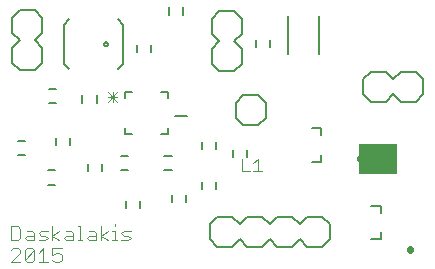
<source format=gto>
G75*
%MOIN*%
%OFA0B0*%
%FSLAX25Y25*%
%IPPOS*%
%LPD*%
%AMOC8*
5,1,8,0,0,1.08239X$1,22.5*
%
%ADD10C,0.00400*%
%ADD11C,0.00000*%
%ADD12C,0.00800*%
%ADD13C,0.00600*%
%ADD14C,0.00300*%
%ADD15C,0.00500*%
%ADD16C,0.02200*%
%ADD17R,0.12598X0.09843*%
D10*
X0025228Y0010071D02*
X0028298Y0013140D01*
X0028298Y0013907D01*
X0027530Y0014675D01*
X0025996Y0014675D01*
X0025228Y0013907D01*
X0029832Y0013907D02*
X0030600Y0014675D01*
X0032134Y0014675D01*
X0032902Y0013907D01*
X0029832Y0010838D01*
X0030600Y0010071D01*
X0032134Y0010071D01*
X0032902Y0010838D01*
X0032902Y0013907D01*
X0034436Y0013140D02*
X0035971Y0014675D01*
X0035971Y0010071D01*
X0037505Y0010071D02*
X0034436Y0010071D01*
X0029832Y0010838D02*
X0029832Y0013907D01*
X0030600Y0017321D02*
X0029832Y0018088D01*
X0030600Y0018855D01*
X0032902Y0018855D01*
X0032902Y0019623D02*
X0032134Y0020390D01*
X0030600Y0020390D01*
X0028298Y0021157D02*
X0028298Y0018088D01*
X0027530Y0017321D01*
X0025228Y0017321D01*
X0025228Y0021925D01*
X0027530Y0021925D01*
X0028298Y0021157D01*
X0030600Y0017321D02*
X0032902Y0017321D01*
X0032902Y0019623D01*
X0034436Y0019623D02*
X0035204Y0020390D01*
X0037505Y0020390D01*
X0036738Y0018855D02*
X0035204Y0018855D01*
X0034436Y0019623D01*
X0034436Y0017321D02*
X0036738Y0017321D01*
X0037505Y0018088D01*
X0036738Y0018855D01*
X0039040Y0018855D02*
X0041342Y0020390D01*
X0043644Y0020390D02*
X0045179Y0020390D01*
X0045946Y0019623D01*
X0045946Y0017321D01*
X0043644Y0017321D01*
X0042877Y0018088D01*
X0043644Y0018855D01*
X0045946Y0018855D01*
X0047481Y0017321D02*
X0049015Y0017321D01*
X0048248Y0017321D02*
X0048248Y0021925D01*
X0047481Y0021925D01*
X0051317Y0020390D02*
X0052852Y0020390D01*
X0053619Y0019623D01*
X0053619Y0017321D01*
X0051317Y0017321D01*
X0050550Y0018088D01*
X0051317Y0018855D01*
X0053619Y0018855D01*
X0055154Y0018855D02*
X0057456Y0020390D01*
X0058990Y0020390D02*
X0059758Y0020390D01*
X0059758Y0017321D01*
X0060525Y0017321D02*
X0058990Y0017321D01*
X0057456Y0017321D02*
X0055154Y0018855D01*
X0055154Y0017321D02*
X0055154Y0021925D01*
X0059758Y0021925D02*
X0059758Y0022692D01*
X0062827Y0020390D02*
X0065129Y0020390D01*
X0064362Y0018855D02*
X0062827Y0018855D01*
X0062060Y0019623D01*
X0062827Y0020390D01*
X0064362Y0018855D02*
X0065129Y0018088D01*
X0064362Y0017321D01*
X0062060Y0017321D01*
X0042109Y0014675D02*
X0039040Y0014675D01*
X0039040Y0012373D01*
X0040575Y0013140D01*
X0041342Y0013140D01*
X0042109Y0012373D01*
X0042109Y0010838D01*
X0041342Y0010071D01*
X0039807Y0010071D01*
X0039040Y0010838D01*
X0039040Y0017321D02*
X0039040Y0021925D01*
X0039040Y0018855D02*
X0041342Y0017321D01*
X0028298Y0010071D02*
X0025228Y0010071D01*
D11*
X0102391Y0040383D02*
X0105059Y0040383D01*
X0106074Y0040383D02*
X0108743Y0040383D01*
X0107408Y0040383D02*
X0107408Y0044386D01*
X0106074Y0043052D01*
X0102391Y0044386D02*
X0102391Y0040383D01*
D12*
X0102646Y0055658D02*
X0107646Y0055658D01*
X0110146Y0058158D01*
X0110146Y0063158D01*
X0107646Y0065658D01*
X0102646Y0065658D01*
X0100146Y0063158D01*
X0100146Y0058158D01*
X0102646Y0055658D01*
X0099576Y0073611D02*
X0094576Y0073611D01*
X0092076Y0076111D01*
X0092076Y0081111D01*
X0094576Y0083611D01*
X0092076Y0086111D01*
X0092076Y0091111D01*
X0094576Y0093611D01*
X0099576Y0093611D01*
X0102076Y0091111D01*
X0102076Y0086111D01*
X0099576Y0083611D01*
X0102076Y0081111D01*
X0102076Y0076111D01*
X0099576Y0073611D01*
X0117548Y0079359D02*
X0117548Y0091957D01*
X0127784Y0091957D02*
X0127784Y0079359D01*
X0142666Y0071032D02*
X0145166Y0073532D01*
X0150166Y0073532D01*
X0152666Y0071032D01*
X0155166Y0073532D01*
X0160166Y0073532D01*
X0162666Y0071032D01*
X0162666Y0066032D01*
X0160166Y0063532D01*
X0155166Y0063532D01*
X0152666Y0066032D01*
X0150166Y0063532D01*
X0145166Y0063532D01*
X0142666Y0066032D01*
X0142666Y0071032D01*
X0145319Y0028809D02*
X0148468Y0028809D01*
X0148468Y0026447D01*
X0148468Y0020147D02*
X0148468Y0017785D01*
X0145319Y0017785D01*
X0131524Y0017646D02*
X0129024Y0015146D01*
X0124024Y0015146D01*
X0121524Y0017646D01*
X0119024Y0015146D01*
X0114024Y0015146D01*
X0111524Y0017646D01*
X0109024Y0015146D01*
X0104024Y0015146D01*
X0101524Y0017646D01*
X0099024Y0015146D01*
X0094024Y0015146D01*
X0091524Y0017646D01*
X0091524Y0022646D01*
X0094024Y0025146D01*
X0099024Y0025146D01*
X0101524Y0022646D01*
X0104024Y0025146D01*
X0109024Y0025146D01*
X0111524Y0022646D01*
X0114024Y0025146D01*
X0119024Y0025146D01*
X0121524Y0022646D01*
X0124024Y0025146D01*
X0129024Y0025146D01*
X0131524Y0022646D01*
X0131524Y0017646D01*
X0035737Y0076505D02*
X0033237Y0074005D01*
X0028237Y0074005D01*
X0025737Y0076505D01*
X0025737Y0081505D01*
X0028237Y0084005D01*
X0025737Y0086505D01*
X0025737Y0091505D01*
X0028237Y0094005D01*
X0033237Y0094005D01*
X0035737Y0091505D01*
X0035737Y0086505D01*
X0033237Y0084005D01*
X0035737Y0081505D01*
X0035737Y0076505D01*
D13*
X0038020Y0067745D02*
X0040383Y0067745D01*
X0040383Y0063020D02*
X0038020Y0063020D01*
X0049044Y0063217D02*
X0049044Y0065580D01*
X0053769Y0065580D02*
X0053769Y0063217D01*
X0063401Y0064574D02*
X0063401Y0066774D01*
X0065601Y0066774D01*
X0075401Y0066774D02*
X0077601Y0066774D01*
X0077601Y0064574D01*
X0080001Y0058674D02*
X0084001Y0058674D01*
X0077601Y0054774D02*
X0077601Y0052574D01*
X0075401Y0052574D01*
X0065601Y0052574D02*
X0063401Y0052574D01*
X0063401Y0054774D01*
X0064202Y0045501D02*
X0061839Y0045501D01*
X0061839Y0040776D02*
X0064202Y0040776D01*
X0055540Y0040383D02*
X0055540Y0042745D01*
X0050816Y0042745D02*
X0050816Y0040383D01*
X0039989Y0040580D02*
X0037627Y0040580D01*
X0037627Y0035855D02*
X0039989Y0035855D01*
X0029950Y0045698D02*
X0027587Y0045698D01*
X0027587Y0050422D02*
X0029950Y0050422D01*
X0040186Y0051406D02*
X0040186Y0049044D01*
X0044910Y0049044D02*
X0044910Y0051406D01*
X0076406Y0045501D02*
X0078769Y0045501D01*
X0078769Y0040776D02*
X0076406Y0040776D01*
X0078769Y0032509D02*
X0078769Y0030146D01*
X0083493Y0030146D02*
X0083493Y0032509D01*
X0089005Y0034477D02*
X0089005Y0036839D01*
X0093729Y0036839D02*
X0093729Y0034477D01*
X0099241Y0044910D02*
X0099241Y0047272D01*
X0103965Y0047272D02*
X0103965Y0044910D01*
X0093729Y0047863D02*
X0093729Y0050225D01*
X0089005Y0050225D02*
X0089005Y0047863D01*
X0068139Y0030540D02*
X0068139Y0028178D01*
X0063414Y0028178D02*
X0063414Y0030540D01*
X0125414Y0043446D02*
X0128611Y0043446D01*
X0128611Y0045643D01*
X0128611Y0052446D02*
X0128611Y0054643D01*
X0125414Y0054643D01*
X0111643Y0081721D02*
X0111643Y0084083D01*
X0106918Y0084083D02*
X0106918Y0081721D01*
X0082509Y0092548D02*
X0082509Y0094910D01*
X0077784Y0094910D02*
X0077784Y0092548D01*
X0071879Y0082312D02*
X0071879Y0079950D01*
X0067154Y0079950D02*
X0067154Y0082312D01*
D14*
X0060687Y0066644D02*
X0057551Y0063508D01*
X0059119Y0063508D02*
X0059119Y0066644D01*
X0057551Y0066644D02*
X0060687Y0063508D01*
X0060687Y0065076D02*
X0057551Y0065076D01*
D15*
X0060855Y0074438D02*
X0062627Y0076209D01*
X0062627Y0089202D01*
X0060855Y0090973D01*
X0056327Y0082706D02*
X0056329Y0082754D01*
X0056335Y0082802D01*
X0056345Y0082849D01*
X0056358Y0082895D01*
X0056376Y0082940D01*
X0056396Y0082984D01*
X0056421Y0083026D01*
X0056449Y0083065D01*
X0056479Y0083102D01*
X0056513Y0083136D01*
X0056550Y0083168D01*
X0056588Y0083197D01*
X0056629Y0083222D01*
X0056672Y0083244D01*
X0056717Y0083262D01*
X0056763Y0083276D01*
X0056810Y0083287D01*
X0056858Y0083294D01*
X0056906Y0083297D01*
X0056954Y0083296D01*
X0057002Y0083291D01*
X0057050Y0083282D01*
X0057096Y0083270D01*
X0057141Y0083253D01*
X0057185Y0083233D01*
X0057227Y0083210D01*
X0057267Y0083183D01*
X0057305Y0083153D01*
X0057340Y0083120D01*
X0057372Y0083084D01*
X0057402Y0083046D01*
X0057428Y0083005D01*
X0057450Y0082962D01*
X0057470Y0082918D01*
X0057485Y0082873D01*
X0057497Y0082826D01*
X0057505Y0082778D01*
X0057509Y0082730D01*
X0057509Y0082682D01*
X0057505Y0082634D01*
X0057497Y0082586D01*
X0057485Y0082539D01*
X0057470Y0082494D01*
X0057450Y0082450D01*
X0057428Y0082407D01*
X0057402Y0082366D01*
X0057372Y0082328D01*
X0057340Y0082292D01*
X0057305Y0082259D01*
X0057267Y0082229D01*
X0057227Y0082202D01*
X0057185Y0082179D01*
X0057141Y0082159D01*
X0057096Y0082142D01*
X0057050Y0082130D01*
X0057002Y0082121D01*
X0056954Y0082116D01*
X0056906Y0082115D01*
X0056858Y0082118D01*
X0056810Y0082125D01*
X0056763Y0082136D01*
X0056717Y0082150D01*
X0056672Y0082168D01*
X0056629Y0082190D01*
X0056588Y0082215D01*
X0056550Y0082244D01*
X0056513Y0082276D01*
X0056479Y0082310D01*
X0056449Y0082347D01*
X0056421Y0082386D01*
X0056396Y0082428D01*
X0056376Y0082472D01*
X0056358Y0082517D01*
X0056345Y0082563D01*
X0056335Y0082610D01*
X0056329Y0082658D01*
X0056327Y0082706D01*
X0044713Y0090973D02*
X0042942Y0089202D01*
X0042942Y0076209D01*
X0044713Y0074438D01*
X0140785Y0044556D02*
X0140787Y0044612D01*
X0140793Y0044667D01*
X0140803Y0044722D01*
X0140817Y0044775D01*
X0140834Y0044828D01*
X0140855Y0044880D01*
X0140880Y0044929D01*
X0140909Y0044977D01*
X0140940Y0045023D01*
X0140975Y0045066D01*
X0141013Y0045107D01*
X0141054Y0045145D01*
X0141097Y0045180D01*
X0141143Y0045211D01*
X0141191Y0045240D01*
X0141240Y0045265D01*
X0141292Y0045286D01*
X0141345Y0045303D01*
X0141398Y0045317D01*
X0141453Y0045327D01*
X0141508Y0045333D01*
X0141564Y0045335D01*
X0141620Y0045333D01*
X0141675Y0045327D01*
X0141730Y0045317D01*
X0141783Y0045303D01*
X0141836Y0045286D01*
X0141888Y0045265D01*
X0141937Y0045240D01*
X0141985Y0045211D01*
X0142031Y0045180D01*
X0142074Y0045145D01*
X0142115Y0045107D01*
X0142153Y0045066D01*
X0142188Y0045023D01*
X0142219Y0044977D01*
X0142248Y0044929D01*
X0142273Y0044880D01*
X0142294Y0044828D01*
X0142311Y0044775D01*
X0142325Y0044722D01*
X0142335Y0044667D01*
X0142341Y0044612D01*
X0142343Y0044556D01*
X0142341Y0044500D01*
X0142335Y0044445D01*
X0142325Y0044390D01*
X0142311Y0044337D01*
X0142294Y0044284D01*
X0142273Y0044232D01*
X0142248Y0044183D01*
X0142219Y0044135D01*
X0142188Y0044089D01*
X0142153Y0044046D01*
X0142115Y0044005D01*
X0142074Y0043967D01*
X0142031Y0043932D01*
X0141985Y0043901D01*
X0141937Y0043872D01*
X0141888Y0043847D01*
X0141836Y0043826D01*
X0141783Y0043809D01*
X0141730Y0043795D01*
X0141675Y0043785D01*
X0141620Y0043779D01*
X0141564Y0043777D01*
X0141508Y0043779D01*
X0141453Y0043785D01*
X0141398Y0043795D01*
X0141345Y0043809D01*
X0141292Y0043826D01*
X0141240Y0043847D01*
X0141191Y0043872D01*
X0141143Y0043901D01*
X0141097Y0043932D01*
X0141054Y0043967D01*
X0141013Y0044005D01*
X0140975Y0044046D01*
X0140940Y0044089D01*
X0140909Y0044135D01*
X0140880Y0044183D01*
X0140855Y0044232D01*
X0140834Y0044284D01*
X0140817Y0044337D01*
X0140803Y0044390D01*
X0140793Y0044445D01*
X0140787Y0044500D01*
X0140785Y0044556D01*
D16*
X0158099Y0014322D02*
X0158099Y0014081D01*
D17*
X0147666Y0044320D03*
M02*

</source>
